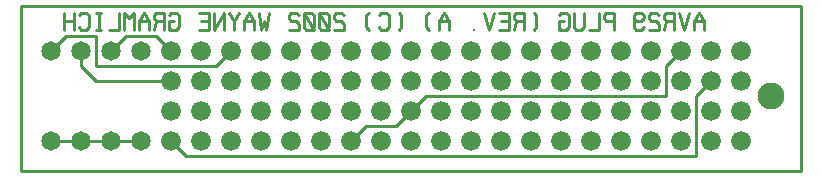
<source format=gbl>
%MOIN*%
%FSLAX25Y25*%
G04 D10 used for Character Trace; *
G04     Circle (OD=.01000) (No hole)*
G04 D11 used for Power Trace; *
G04     Circle (OD=.06700) (No hole)*
G04 D12 used for Signal Trace; *
G04     Circle (OD=.01100) (No hole)*
G04 D13 used for Via; *
G04     Circle (OD=.05800) (Round. Hole ID=.02800)*
G04 D14 used for Component hole; *
G04     Circle (OD=.06500) (Round. Hole ID=.03500)*
G04 D15 used for Component hole; *
G04     Circle (OD=.06600) (Round. Hole ID=.04200)*
G04 D16 used for Component hole; *
G04     Circle (OD=.08200) (Round. Hole ID=.05200)*
G04 D17 used for Component hole; *
G04     Circle (OD=.08950) (Round. Hole ID=.05950)*
G04 D18 used for Component hole; *
G04     Circle (OD=.11600) (Round. Hole ID=.08600)*
G04 D19 used for Component hole; *
G04     Circle (OD=.15500) (Round. Hole ID=.12500)*
G04 D20 used for Component hole; *
G04     Circle (OD=.18200) (Round. Hole ID=.15200)*
G04 D21 used for Component hole; *
G04     Circle (OD=.24300) (Round. Hole ID=.21300)*
%ADD10C,.01000*%
%ADD11C,.06700*%
%ADD12C,.01100*%
%ADD13C,.05800*%
%ADD14C,.06500*%
%ADD15C,.06600*%
%ADD16C,.08200*%
%ADD17C,.08950*%
%ADD18C,.11600*%
%ADD19C,.15500*%
%ADD20C,.18200*%
%ADD21C,.24300*%
%IPPOS*%
%LPD*%
G90*X0Y0D02*D14*X10000Y10000D03*D12*X20000D01*D14*
D03*D12*X30000D01*D14*D03*D12*X40000D01*D14*D03*  
D15*X50000Y20000D03*Y10000D03*D12*X55000Y5000D01* 
X225000D01*Y25000D01*X230000Y30000D01*D15*D03*    
X240000Y20000D03*Y40000D03*X220000D03*D12*        
X215000Y35000D01*Y25000D01*X135000D01*            
X130000Y20000D01*D15*D03*D12*X125000Y15000D01*    
X115000D01*X110000Y10000D01*D15*D03*              
X120000Y20000D03*X100000D03*X120000Y10000D03*     
X110000Y20000D03*X100000Y10000D03*                
X130000Y30000D03*X90000D03*X120000D03*            
X90000Y20000D03*X130000Y10000D03*X110000Y30000D03*
X90000Y10000D03*X100000Y30000D03*X140000Y40000D03*
X80000D03*X130000D03*X80000Y30000D03*             
X120000Y40000D03*X80000Y20000D03*X140000Y10000D03*
X110000Y40000D03*X80000Y10000D03*X140000Y20000D03*
X100000Y40000D03*X140000Y30000D03*X90000Y40000D03*
X70000D03*D12*X65000Y35000D01*X25000D01*Y45000D01*
X15000D01*X10000Y40000D01*D14*D03*D12*            
X25000Y30000D02*X20000Y35000D01*X25000Y30000D02*  
X50000D01*D15*D03*X60000Y20000D03*Y40000D03*D14*  
X40000D03*D15*X60000Y30000D03*X50000Y40000D03*D12*
X45000Y45000D01*X35000D01*X30000Y40000D01*D14*D03*
X20000D03*D12*Y35000D01*D10*X227511Y47129D02*     
Y50000D01*X225837Y52871D01*X224163Y50000D01*      
Y47129D01*X227511Y50000D02*X224163D01*            
X222511Y52871D02*X220837Y47129D01*                
X219163Y52871D01*X217511Y47129D02*Y52871D01*      
X215000D01*X214163Y51914D01*Y50957D01*            
X215000Y50000D01*X217511D01*X215000D02*           
X214163Y47129D01*X212511Y51914D02*                
X211674Y52871D01*X210000D01*X209163Y51914D01*     
Y50957D01*X210000Y50000D01*X211674D01*            
X212511Y49043D01*Y47129D01*X209163D01*            
X204163Y50957D02*X205000Y50000D01*X206674D01*     
X207511Y50957D01*Y51914D01*X206674Y52871D01*      
X205000D01*X204163Y51914D01*Y48086D01*            
X205000Y47129D01*X206674D01*X207511Y48086D01*     
X197511Y47129D02*Y52871D01*X195000D01*            
X194163Y51914D01*Y50957D01*X195000Y50000D01*      
X197511D01*X192511Y52871D02*Y47129D01*X189163D01* 
X184163Y52871D02*Y48086D01*X185000Y47129D01*      
X186674D01*X187511Y48086D01*Y52871D01*            
X179163Y48086D02*X180000Y47129D01*X181674D01*     
X182511Y48086D01*Y51914D01*X181674Y52871D01*      
X180000D01*X179163Y51914D01*X180837Y50000D02*     
X179163D01*Y47129D01*X170837Y52871D02*            
X171674Y51914D01*Y48086D01*X170837Y47129D01*      
X167511D02*Y52871D01*X165000D01*X164163Y51914D01* 
Y50957D01*X165000Y50000D01*X167511D01*X165000D02* 
X164163Y47129D01*X159163D02*X162511D01*Y52871D01* 
X159163D01*X162511Y50000D02*X160000D01*           
X157511Y52871D02*X155837Y47129D01*                
X154163Y52871D01*X150837Y47129D03*X142511D02*     
Y50000D01*X140837Y52871D01*X139163Y50000D01*      
Y47129D01*X142511Y50000D02*X139163D01*            
X135837Y52871D02*X135000Y51914D01*Y48086D01*      
X135837Y47129D01*X125837Y52871D02*                
X126674Y51914D01*Y48086D01*X125837Y47129D01*      
X119163Y48086D02*X120000Y47129D01*X121674D01*     
X122511Y48086D01*Y51914D01*X121674Y52871D01*      
X120000D01*X119163Y51914D01*X115837Y52871D02*     
X115000Y51914D01*Y48086D01*X115837Y47129D01*      
X107511Y51914D02*X106674Y52871D01*X105000D01*     
X104163Y51914D01*Y50957D01*X105000Y50000D01*      
X106674D01*X107511Y49043D01*Y47129D01*X104163D01* 
X99163Y48086D02*X100000Y47129D01*X101674D01*      
X102511Y48086D01*Y51914D01*X101674Y52871D01*      
X100000D01*X99163Y51914D01*Y48086D01*             
X102511Y47129D02*X99163Y52871D01*X94163Y48086D02* 
X95000Y47129D01*X96674D01*X97511Y48086D01*        
Y51914D01*X96674Y52871D01*X95000D01*              
X94163Y51914D01*Y48086D01*X97511Y47129D02*        
X94163Y52871D01*X92511Y51914D02*X91674Y52871D01*  
X90000D01*X89163Y51914D01*Y50957D01*              
X90000Y50000D01*X91674D01*X92511Y49043D01*        
Y47129D01*X89163D01*X82511Y52871D02*              
X81674Y47129D01*X80837Y50000D01*X80000Y47129D01*  
X79163Y52871D01*X77511Y47129D02*Y50000D01*        
X75837Y52871D01*X74163Y50000D01*Y47129D01*        
X77511Y50000D02*X74163D01*X72511Y52871D02*        
X70837Y50000D01*X69163Y52871D01*X70837Y50000D02*  
Y47129D01*X67511D02*Y52871D01*X64163Y47129D01*    
Y52871D01*X59163Y47129D02*X62511D01*Y52871D01*    
X59163D01*X62511Y50000D02*X60000D01*              
X49163Y48086D02*X50000Y47129D01*X51674D01*        
X52511Y48086D01*Y51914D01*X51674Y52871D01*        
X50000D01*X49163Y51914D01*X50837Y50000D02*        
X49163D01*Y47129D01*X47511D02*Y52871D01*X45000D01*
X44163Y51914D01*Y50957D01*X45000Y50000D01*        
X47511D01*X45000D02*X44163Y47129D01*X42511D02*    
Y50000D01*X40837Y52871D01*X39163Y50000D01*        
Y47129D01*X42511Y50000D02*X39163D01*              
X37511Y47129D02*Y52871D01*X35837Y50957D01*        
X34163Y52871D01*Y47129D01*X32511Y52871D02*        
Y47129D01*X29163D01*X25837D02*Y52871D01*          
X26674Y47129D02*X25000D01*X26674Y52871D02*        
X25000D01*X19163Y48086D02*X20000Y47129D01*        
X21674D01*X22511Y48086D01*Y51914D01*              
X21674Y52871D01*X20000D01*X19163Y51914D01*        
X17511Y47129D02*Y52871D01*X14163Y47129D02*        
Y52871D01*X17511Y50000D02*X14163D01*D12*X0Y0D02*  
Y55000D01*Y0D02*X260000D01*Y55000D01*X0D01*D15*   
X60000Y10000D03*X70000D03*Y20000D03*Y30000D03*    
X150000Y10000D03*Y20000D03*Y30000D03*Y40000D03*   
X160000Y10000D03*Y20000D03*Y30000D03*Y40000D03*   
X170000Y10000D03*Y20000D03*Y30000D03*Y40000D03*   
X180000Y10000D03*Y20000D03*Y30000D03*Y40000D03*   
X190000Y10000D03*Y20000D03*Y30000D03*Y40000D03*   
X200000Y10000D03*Y20000D03*Y30000D03*Y40000D03*   
X210000Y10000D03*Y20000D03*Y30000D03*Y40000D03*   
X220000Y10000D03*Y20000D03*Y30000D03*             
X230000Y10000D03*Y20000D03*Y40000D03*             
X240000Y10000D03*Y30000D03*D17*X250000Y25000D03*  
M02*                                              

</source>
